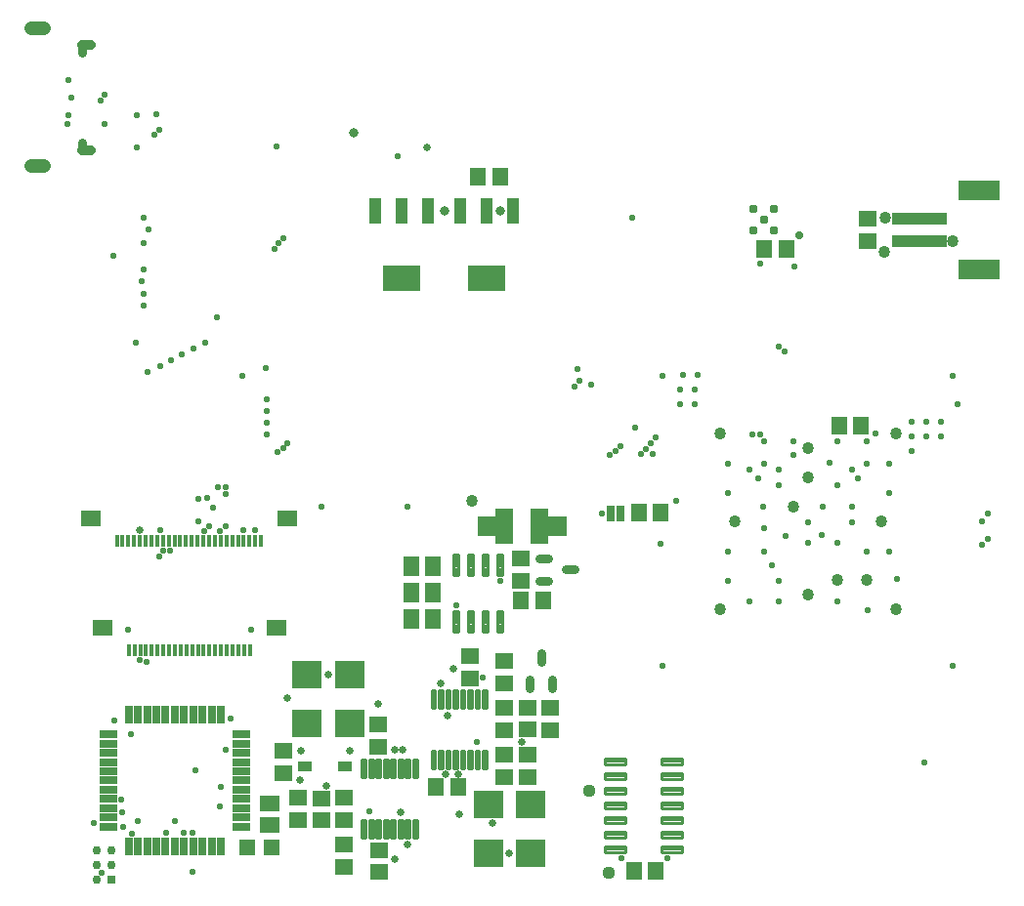
<source format=gbr>
G04 EAGLE Gerber RS-274X export*
G75*
%MOMM*%
%FSLAX34Y34*%
%LPD*%
%INSoldermask Top*%
%IPPOS*%
%AMOC8*
5,1,8,0,0,1.08239X$1,22.5*%
G01*
%ADD10C,1.227000*%
%ADD11C,0.881000*%
%ADD12C,0.731000*%
%ADD13R,1.427000X1.627000*%
%ADD14R,0.427000X1.127000*%
%ADD15R,1.777000X1.427000*%
%ADD16R,0.635000X1.600200*%
%ADD17R,1.600200X0.635000*%
%ADD18R,1.327000X1.327000*%
%ADD19R,1.727000X1.427000*%
%ADD20C,0.276259*%
%ADD21R,1.427000X1.727000*%
%ADD22C,1.127000*%
%ADD23C,0.762000*%
%ADD24R,0.762000X0.762000*%
%ADD25R,1.582619X1.726731*%
%ADD26R,1.673481X1.725612*%
%ADD27R,1.627000X3.127000*%
%ADD28C,0.777000*%
%ADD29R,1.627000X1.427000*%
%ADD30C,0.781000*%
%ADD31R,4.727000X1.127000*%
%ADD32R,3.527000X1.727000*%
%ADD33R,1.077000X2.277000*%
%ADD34R,3.277000X2.277000*%
%ADD35R,0.762000X1.397000*%
%ADD36C,0.230909*%
%ADD37R,2.540000X2.387600*%
%ADD38R,1.277000X0.927000*%
%ADD39C,0.579400*%
%ADD40C,1.027000*%
%ADD41C,0.652000*%
%ADD42C,0.660400*%
%ADD43C,0.802000*%
%ADD44C,0.727000*%


D10*
X22000Y632800D02*
X33000Y632800D01*
X33000Y752200D02*
X22000Y752200D01*
D11*
X65930Y647000D02*
X73470Y647000D01*
D12*
X65450Y647570D02*
X65450Y653610D01*
D11*
X65930Y738000D02*
X73470Y738000D01*
D12*
X65450Y737430D02*
X65450Y731390D01*
D13*
X722020Y407670D03*
X741020Y407670D03*
X548284Y332994D03*
X567284Y332994D03*
D14*
X211250Y213360D03*
D15*
X234000Y232360D03*
X83500Y232360D03*
D14*
X206250Y213360D03*
X201250Y213360D03*
X196250Y213360D03*
X191250Y213360D03*
X186250Y213360D03*
X181250Y213360D03*
X176250Y213360D03*
X171250Y213360D03*
X166250Y213360D03*
X161250Y213360D03*
X156250Y213360D03*
X151250Y213360D03*
X146250Y213360D03*
X141250Y213360D03*
X136250Y213360D03*
X131250Y213360D03*
X126250Y213360D03*
X121250Y213360D03*
X116250Y213360D03*
X111250Y213360D03*
X106250Y213360D03*
X220940Y308250D03*
X215940Y308250D03*
X210940Y308250D03*
X205940Y308250D03*
X200940Y308250D03*
X195940Y308250D03*
X190940Y308250D03*
X185940Y308250D03*
X180940Y308250D03*
X175940Y308250D03*
X170940Y308250D03*
X165940Y308250D03*
X160940Y308250D03*
X155940Y308250D03*
X150940Y308250D03*
X145940Y308250D03*
X140940Y308250D03*
X135940Y308250D03*
X130940Y308250D03*
X125940Y308250D03*
X120940Y308250D03*
X115940Y308250D03*
X110940Y308250D03*
X105940Y308250D03*
X100940Y308250D03*
X95940Y308250D03*
D15*
X243440Y327250D03*
X73440Y327250D03*
D16*
X106172Y42926D03*
X114046Y42926D03*
X122174Y42926D03*
X130048Y42926D03*
X138176Y42926D03*
X146050Y42926D03*
X153924Y42926D03*
X162052Y42926D03*
X169926Y42926D03*
X178054Y42926D03*
X185928Y42926D03*
D17*
X203454Y60452D03*
X203454Y68326D03*
X203454Y76454D03*
X203454Y84328D03*
X203454Y92456D03*
X203454Y100330D03*
X203454Y108204D03*
X203454Y116332D03*
X203454Y124206D03*
X203454Y132334D03*
X203454Y140208D03*
D16*
X185928Y157734D03*
X178054Y157734D03*
X169926Y157734D03*
X162052Y157734D03*
X153924Y157734D03*
X146050Y157734D03*
X138176Y157734D03*
X130048Y157734D03*
X122174Y157734D03*
X114046Y157734D03*
X106172Y157734D03*
D17*
X88646Y140208D03*
X88646Y132334D03*
X88646Y124206D03*
X88646Y116332D03*
X88646Y108204D03*
X88646Y100330D03*
X88646Y92456D03*
X88646Y84328D03*
X88646Y76454D03*
X88646Y68326D03*
X88646Y60452D03*
D18*
X230210Y41910D03*
X209210Y41910D03*
D19*
X228600Y61620D03*
X228600Y80620D03*
D20*
X392144Y229586D02*
X392144Y247094D01*
X392144Y229586D02*
X387636Y229586D01*
X387636Y247094D01*
X392144Y247094D01*
X392144Y232211D02*
X387636Y232211D01*
X387636Y234836D02*
X392144Y234836D01*
X392144Y237461D02*
X387636Y237461D01*
X387636Y240086D02*
X392144Y240086D01*
X392144Y242711D02*
X387636Y242711D01*
X387636Y245336D02*
X392144Y245336D01*
X404844Y247094D02*
X404844Y229586D01*
X400336Y229586D01*
X400336Y247094D01*
X404844Y247094D01*
X404844Y232211D02*
X400336Y232211D01*
X400336Y234836D02*
X404844Y234836D01*
X404844Y237461D02*
X400336Y237461D01*
X400336Y240086D02*
X404844Y240086D01*
X404844Y242711D02*
X400336Y242711D01*
X400336Y245336D02*
X404844Y245336D01*
X417544Y247094D02*
X417544Y229586D01*
X413036Y229586D01*
X413036Y247094D01*
X417544Y247094D01*
X417544Y232211D02*
X413036Y232211D01*
X413036Y234836D02*
X417544Y234836D01*
X417544Y237461D02*
X413036Y237461D01*
X413036Y240086D02*
X417544Y240086D01*
X417544Y242711D02*
X413036Y242711D01*
X413036Y245336D02*
X417544Y245336D01*
X430244Y247094D02*
X430244Y229586D01*
X425736Y229586D01*
X425736Y247094D01*
X430244Y247094D01*
X430244Y232211D02*
X425736Y232211D01*
X425736Y234836D02*
X430244Y234836D01*
X430244Y237461D02*
X425736Y237461D01*
X425736Y240086D02*
X430244Y240086D01*
X430244Y242711D02*
X425736Y242711D01*
X425736Y245336D02*
X430244Y245336D01*
X430244Y278686D02*
X430244Y296194D01*
X430244Y278686D02*
X425736Y278686D01*
X425736Y296194D01*
X430244Y296194D01*
X430244Y281311D02*
X425736Y281311D01*
X425736Y283936D02*
X430244Y283936D01*
X430244Y286561D02*
X425736Y286561D01*
X425736Y289186D02*
X430244Y289186D01*
X430244Y291811D02*
X425736Y291811D01*
X425736Y294436D02*
X430244Y294436D01*
X417544Y296194D02*
X417544Y278686D01*
X413036Y278686D01*
X413036Y296194D01*
X417544Y296194D01*
X417544Y281311D02*
X413036Y281311D01*
X413036Y283936D02*
X417544Y283936D01*
X417544Y286561D02*
X413036Y286561D01*
X413036Y289186D02*
X417544Y289186D01*
X417544Y291811D02*
X413036Y291811D01*
X413036Y294436D02*
X417544Y294436D01*
X404844Y296194D02*
X404844Y278686D01*
X400336Y278686D01*
X400336Y296194D01*
X404844Y296194D01*
X404844Y281311D02*
X400336Y281311D01*
X400336Y283936D02*
X404844Y283936D01*
X404844Y286561D02*
X400336Y286561D01*
X400336Y289186D02*
X404844Y289186D01*
X404844Y291811D02*
X400336Y291811D01*
X400336Y294436D02*
X404844Y294436D01*
X392144Y296194D02*
X392144Y278686D01*
X387636Y278686D01*
X387636Y296194D01*
X392144Y296194D01*
X392144Y281311D02*
X387636Y281311D01*
X387636Y283936D02*
X392144Y283936D01*
X392144Y286561D02*
X387636Y286561D01*
X387636Y289186D02*
X392144Y289186D01*
X392144Y291811D02*
X387636Y291811D01*
X387636Y294436D02*
X392144Y294436D01*
D21*
X351180Y285750D03*
X370180Y285750D03*
D20*
X568246Y42894D02*
X585754Y42894D01*
X585754Y38386D01*
X568246Y38386D01*
X568246Y42894D01*
X568246Y41011D02*
X585754Y41011D01*
X585754Y55594D02*
X568246Y55594D01*
X585754Y55594D02*
X585754Y51086D01*
X568246Y51086D01*
X568246Y55594D01*
X568246Y53711D02*
X585754Y53711D01*
X585754Y68294D02*
X568246Y68294D01*
X585754Y68294D02*
X585754Y63786D01*
X568246Y63786D01*
X568246Y68294D01*
X568246Y66411D02*
X585754Y66411D01*
X585754Y80994D02*
X568246Y80994D01*
X585754Y80994D02*
X585754Y76486D01*
X568246Y76486D01*
X568246Y80994D01*
X568246Y79111D02*
X585754Y79111D01*
X585754Y93694D02*
X568246Y93694D01*
X585754Y93694D02*
X585754Y89186D01*
X568246Y89186D01*
X568246Y93694D01*
X568246Y91811D02*
X585754Y91811D01*
X585754Y106394D02*
X568246Y106394D01*
X585754Y106394D02*
X585754Y101886D01*
X568246Y101886D01*
X568246Y106394D01*
X568246Y104511D02*
X585754Y104511D01*
X585754Y119094D02*
X568246Y119094D01*
X585754Y119094D02*
X585754Y114586D01*
X568246Y114586D01*
X568246Y119094D01*
X568246Y117211D02*
X585754Y117211D01*
X536654Y119094D02*
X519146Y119094D01*
X536654Y119094D02*
X536654Y114586D01*
X519146Y114586D01*
X519146Y119094D01*
X519146Y117211D02*
X536654Y117211D01*
X536654Y106394D02*
X519146Y106394D01*
X536654Y106394D02*
X536654Y101886D01*
X519146Y101886D01*
X519146Y106394D01*
X519146Y104511D02*
X536654Y104511D01*
X536654Y93694D02*
X519146Y93694D01*
X536654Y93694D02*
X536654Y89186D01*
X519146Y89186D01*
X519146Y93694D01*
X519146Y91811D02*
X536654Y91811D01*
X536654Y80994D02*
X519146Y80994D01*
X536654Y80994D02*
X536654Y76486D01*
X519146Y76486D01*
X519146Y80994D01*
X519146Y79111D02*
X536654Y79111D01*
X536654Y68294D02*
X519146Y68294D01*
X536654Y68294D02*
X536654Y63786D01*
X519146Y63786D01*
X519146Y68294D01*
X519146Y66411D02*
X536654Y66411D01*
X536654Y55594D02*
X519146Y55594D01*
X536654Y55594D02*
X536654Y51086D01*
X519146Y51086D01*
X519146Y55594D01*
X519146Y53711D02*
X536654Y53711D01*
X536654Y42894D02*
X519146Y42894D01*
X536654Y42894D02*
X536654Y38386D01*
X519146Y38386D01*
X519146Y42894D01*
X519146Y41011D02*
X536654Y41011D01*
D22*
X505460Y91440D03*
X521970Y20320D03*
D13*
X563220Y21590D03*
X544220Y21590D03*
D23*
X78740Y13970D03*
X78740Y26670D03*
X78740Y39370D03*
X91440Y39370D03*
X91440Y26670D03*
D24*
X91440Y13970D03*
D25*
X416377Y320541D03*
D26*
X477173Y320547D03*
D27*
X432040Y320675D03*
X462040Y320675D03*
D28*
X462270Y292710D02*
X469770Y292710D01*
X469770Y273710D02*
X462270Y273710D01*
X485270Y283210D02*
X492770Y283210D01*
D13*
X465430Y256540D03*
X446430Y256540D03*
D29*
X445770Y292710D03*
X445770Y273710D03*
D21*
X370180Y240030D03*
X351180Y240030D03*
X370180Y262890D03*
X351180Y262890D03*
D30*
X656590Y586740D03*
X647590Y595740D03*
X647590Y577740D03*
X665590Y577740D03*
X665590Y595740D03*
D29*
X746760Y568350D03*
X746760Y587350D03*
D13*
X676250Y561340D03*
X657250Y561340D03*
D31*
X791040Y587850D03*
X791040Y567850D03*
D32*
X843040Y611850D03*
X843040Y543850D03*
D33*
X365900Y594150D03*
X342900Y594150D03*
X319900Y594150D03*
D34*
X342900Y536150D03*
D33*
X439560Y594150D03*
X416560Y594150D03*
X393560Y594150D03*
D34*
X416560Y536150D03*
D13*
X427940Y623720D03*
X408940Y623720D03*
D35*
X524256Y332105D03*
X532384Y332105D03*
D36*
X371736Y126111D02*
X371736Y110749D01*
X368674Y110749D01*
X368674Y126111D01*
X371736Y126111D01*
X371736Y112943D02*
X368674Y112943D01*
X368674Y115137D02*
X371736Y115137D01*
X371736Y117331D02*
X368674Y117331D01*
X368674Y119525D02*
X371736Y119525D01*
X371736Y121719D02*
X368674Y121719D01*
X368674Y123913D02*
X371736Y123913D01*
X371736Y126107D02*
X368674Y126107D01*
X378086Y126111D02*
X378086Y110749D01*
X375024Y110749D01*
X375024Y126111D01*
X378086Y126111D01*
X378086Y112943D02*
X375024Y112943D01*
X375024Y115137D02*
X378086Y115137D01*
X378086Y117331D02*
X375024Y117331D01*
X375024Y119525D02*
X378086Y119525D01*
X378086Y121719D02*
X375024Y121719D01*
X375024Y123913D02*
X378086Y123913D01*
X378086Y126107D02*
X375024Y126107D01*
X384436Y126111D02*
X384436Y110749D01*
X381374Y110749D01*
X381374Y126111D01*
X384436Y126111D01*
X384436Y112943D02*
X381374Y112943D01*
X381374Y115137D02*
X384436Y115137D01*
X384436Y117331D02*
X381374Y117331D01*
X381374Y119525D02*
X384436Y119525D01*
X384436Y121719D02*
X381374Y121719D01*
X381374Y123913D02*
X384436Y123913D01*
X384436Y126107D02*
X381374Y126107D01*
X390786Y126111D02*
X390786Y110749D01*
X387724Y110749D01*
X387724Y126111D01*
X390786Y126111D01*
X390786Y112943D02*
X387724Y112943D01*
X387724Y115137D02*
X390786Y115137D01*
X390786Y117331D02*
X387724Y117331D01*
X387724Y119525D02*
X390786Y119525D01*
X390786Y121719D02*
X387724Y121719D01*
X387724Y123913D02*
X390786Y123913D01*
X390786Y126107D02*
X387724Y126107D01*
X397136Y126111D02*
X397136Y110749D01*
X394074Y110749D01*
X394074Y126111D01*
X397136Y126111D01*
X397136Y112943D02*
X394074Y112943D01*
X394074Y115137D02*
X397136Y115137D01*
X397136Y117331D02*
X394074Y117331D01*
X394074Y119525D02*
X397136Y119525D01*
X397136Y121719D02*
X394074Y121719D01*
X394074Y123913D02*
X397136Y123913D01*
X397136Y126107D02*
X394074Y126107D01*
X403486Y126111D02*
X403486Y110749D01*
X400424Y110749D01*
X400424Y126111D01*
X403486Y126111D01*
X403486Y112943D02*
X400424Y112943D01*
X400424Y115137D02*
X403486Y115137D01*
X403486Y117331D02*
X400424Y117331D01*
X400424Y119525D02*
X403486Y119525D01*
X403486Y121719D02*
X400424Y121719D01*
X400424Y123913D02*
X403486Y123913D01*
X403486Y126107D02*
X400424Y126107D01*
X409836Y126111D02*
X409836Y110749D01*
X406774Y110749D01*
X406774Y126111D01*
X409836Y126111D01*
X409836Y112943D02*
X406774Y112943D01*
X406774Y115137D02*
X409836Y115137D01*
X409836Y117331D02*
X406774Y117331D01*
X406774Y119525D02*
X409836Y119525D01*
X409836Y121719D02*
X406774Y121719D01*
X406774Y123913D02*
X409836Y123913D01*
X409836Y126107D02*
X406774Y126107D01*
X416186Y126111D02*
X416186Y110749D01*
X413124Y110749D01*
X413124Y126111D01*
X416186Y126111D01*
X416186Y112943D02*
X413124Y112943D01*
X413124Y115137D02*
X416186Y115137D01*
X416186Y117331D02*
X413124Y117331D01*
X413124Y119525D02*
X416186Y119525D01*
X416186Y121719D02*
X413124Y121719D01*
X413124Y123913D02*
X416186Y123913D01*
X416186Y126107D02*
X413124Y126107D01*
X416186Y163449D02*
X416186Y178811D01*
X416186Y163449D02*
X413124Y163449D01*
X413124Y178811D01*
X416186Y178811D01*
X416186Y165643D02*
X413124Y165643D01*
X413124Y167837D02*
X416186Y167837D01*
X416186Y170031D02*
X413124Y170031D01*
X413124Y172225D02*
X416186Y172225D01*
X416186Y174419D02*
X413124Y174419D01*
X413124Y176613D02*
X416186Y176613D01*
X416186Y178807D02*
X413124Y178807D01*
X409836Y178811D02*
X409836Y163449D01*
X406774Y163449D01*
X406774Y178811D01*
X409836Y178811D01*
X409836Y165643D02*
X406774Y165643D01*
X406774Y167837D02*
X409836Y167837D01*
X409836Y170031D02*
X406774Y170031D01*
X406774Y172225D02*
X409836Y172225D01*
X409836Y174419D02*
X406774Y174419D01*
X406774Y176613D02*
X409836Y176613D01*
X409836Y178807D02*
X406774Y178807D01*
X403486Y178811D02*
X403486Y163449D01*
X400424Y163449D01*
X400424Y178811D01*
X403486Y178811D01*
X403486Y165643D02*
X400424Y165643D01*
X400424Y167837D02*
X403486Y167837D01*
X403486Y170031D02*
X400424Y170031D01*
X400424Y172225D02*
X403486Y172225D01*
X403486Y174419D02*
X400424Y174419D01*
X400424Y176613D02*
X403486Y176613D01*
X403486Y178807D02*
X400424Y178807D01*
X397136Y178811D02*
X397136Y163449D01*
X394074Y163449D01*
X394074Y178811D01*
X397136Y178811D01*
X397136Y165643D02*
X394074Y165643D01*
X394074Y167837D02*
X397136Y167837D01*
X397136Y170031D02*
X394074Y170031D01*
X394074Y172225D02*
X397136Y172225D01*
X397136Y174419D02*
X394074Y174419D01*
X394074Y176613D02*
X397136Y176613D01*
X397136Y178807D02*
X394074Y178807D01*
X390786Y178811D02*
X390786Y163449D01*
X387724Y163449D01*
X387724Y178811D01*
X390786Y178811D01*
X390786Y165643D02*
X387724Y165643D01*
X387724Y167837D02*
X390786Y167837D01*
X390786Y170031D02*
X387724Y170031D01*
X387724Y172225D02*
X390786Y172225D01*
X390786Y174419D02*
X387724Y174419D01*
X387724Y176613D02*
X390786Y176613D01*
X390786Y178807D02*
X387724Y178807D01*
X384436Y178811D02*
X384436Y163449D01*
X381374Y163449D01*
X381374Y178811D01*
X384436Y178811D01*
X384436Y165643D02*
X381374Y165643D01*
X381374Y167837D02*
X384436Y167837D01*
X384436Y170031D02*
X381374Y170031D01*
X381374Y172225D02*
X384436Y172225D01*
X384436Y174419D02*
X381374Y174419D01*
X381374Y176613D02*
X384436Y176613D01*
X384436Y178807D02*
X381374Y178807D01*
X378086Y178811D02*
X378086Y163449D01*
X375024Y163449D01*
X375024Y178811D01*
X378086Y178811D01*
X378086Y165643D02*
X375024Y165643D01*
X375024Y167837D02*
X378086Y167837D01*
X378086Y170031D02*
X375024Y170031D01*
X375024Y172225D02*
X378086Y172225D01*
X378086Y174419D02*
X375024Y174419D01*
X375024Y176613D02*
X378086Y176613D01*
X378086Y178807D02*
X375024Y178807D01*
X371736Y178811D02*
X371736Y163449D01*
X368674Y163449D01*
X368674Y178811D01*
X371736Y178811D01*
X371736Y165643D02*
X368674Y165643D01*
X368674Y167837D02*
X371736Y167837D01*
X371736Y170031D02*
X368674Y170031D01*
X368674Y172225D02*
X371736Y172225D01*
X371736Y174419D02*
X368674Y174419D01*
X368674Y176613D02*
X371736Y176613D01*
X371736Y178807D02*
X368674Y178807D01*
D28*
X454050Y180330D02*
X454050Y187830D01*
X473050Y187830D02*
X473050Y180330D01*
X463550Y203330D02*
X463550Y210830D01*
D29*
X431800Y144170D03*
X431800Y163170D03*
X431800Y184810D03*
X431800Y203810D03*
X471170Y144170D03*
X471170Y163170D03*
X452120Y122530D03*
X452120Y103530D03*
X431800Y122530D03*
X431800Y103530D03*
X401701Y189128D03*
X401701Y208128D03*
D13*
X391770Y94615D03*
X372770Y94615D03*
D29*
X451612Y163424D03*
X451612Y144424D03*
D37*
X417830Y79756D03*
X417830Y37084D03*
X454660Y79756D03*
X454660Y37084D03*
D36*
X352799Y103124D02*
X352799Y118486D01*
X355861Y118486D01*
X355861Y103124D01*
X352799Y103124D01*
X352799Y105318D02*
X355861Y105318D01*
X355861Y107512D02*
X352799Y107512D01*
X352799Y109706D02*
X355861Y109706D01*
X355861Y111900D02*
X352799Y111900D01*
X352799Y114094D02*
X355861Y114094D01*
X355861Y116288D02*
X352799Y116288D01*
X352799Y118482D02*
X355861Y118482D01*
X346449Y118486D02*
X346449Y103124D01*
X346449Y118486D02*
X349511Y118486D01*
X349511Y103124D01*
X346449Y103124D01*
X346449Y105318D02*
X349511Y105318D01*
X349511Y107512D02*
X346449Y107512D01*
X346449Y109706D02*
X349511Y109706D01*
X349511Y111900D02*
X346449Y111900D01*
X346449Y114094D02*
X349511Y114094D01*
X349511Y116288D02*
X346449Y116288D01*
X346449Y118482D02*
X349511Y118482D01*
X340099Y118486D02*
X340099Y103124D01*
X340099Y118486D02*
X343161Y118486D01*
X343161Y103124D01*
X340099Y103124D01*
X340099Y105318D02*
X343161Y105318D01*
X343161Y107512D02*
X340099Y107512D01*
X340099Y109706D02*
X343161Y109706D01*
X343161Y111900D02*
X340099Y111900D01*
X340099Y114094D02*
X343161Y114094D01*
X343161Y116288D02*
X340099Y116288D01*
X340099Y118482D02*
X343161Y118482D01*
X333749Y118486D02*
X333749Y103124D01*
X333749Y118486D02*
X336811Y118486D01*
X336811Y103124D01*
X333749Y103124D01*
X333749Y105318D02*
X336811Y105318D01*
X336811Y107512D02*
X333749Y107512D01*
X333749Y109706D02*
X336811Y109706D01*
X336811Y111900D02*
X333749Y111900D01*
X333749Y114094D02*
X336811Y114094D01*
X336811Y116288D02*
X333749Y116288D01*
X333749Y118482D02*
X336811Y118482D01*
X327399Y118486D02*
X327399Y103124D01*
X327399Y118486D02*
X330461Y118486D01*
X330461Y103124D01*
X327399Y103124D01*
X327399Y105318D02*
X330461Y105318D01*
X330461Y107512D02*
X327399Y107512D01*
X327399Y109706D02*
X330461Y109706D01*
X330461Y111900D02*
X327399Y111900D01*
X327399Y114094D02*
X330461Y114094D01*
X330461Y116288D02*
X327399Y116288D01*
X327399Y118482D02*
X330461Y118482D01*
X321049Y118486D02*
X321049Y103124D01*
X321049Y118486D02*
X324111Y118486D01*
X324111Y103124D01*
X321049Y103124D01*
X321049Y105318D02*
X324111Y105318D01*
X324111Y107512D02*
X321049Y107512D01*
X321049Y109706D02*
X324111Y109706D01*
X324111Y111900D02*
X321049Y111900D01*
X321049Y114094D02*
X324111Y114094D01*
X324111Y116288D02*
X321049Y116288D01*
X321049Y118482D02*
X324111Y118482D01*
X314699Y118486D02*
X314699Y103124D01*
X314699Y118486D02*
X317761Y118486D01*
X317761Y103124D01*
X314699Y103124D01*
X314699Y105318D02*
X317761Y105318D01*
X317761Y107512D02*
X314699Y107512D01*
X314699Y109706D02*
X317761Y109706D01*
X317761Y111900D02*
X314699Y111900D01*
X314699Y114094D02*
X317761Y114094D01*
X317761Y116288D02*
X314699Y116288D01*
X314699Y118482D02*
X317761Y118482D01*
X308349Y118486D02*
X308349Y103124D01*
X308349Y118486D02*
X311411Y118486D01*
X311411Y103124D01*
X308349Y103124D01*
X308349Y105318D02*
X311411Y105318D01*
X311411Y107512D02*
X308349Y107512D01*
X308349Y109706D02*
X311411Y109706D01*
X311411Y111900D02*
X308349Y111900D01*
X308349Y114094D02*
X311411Y114094D01*
X311411Y116288D02*
X308349Y116288D01*
X308349Y118482D02*
X311411Y118482D01*
X308349Y65786D02*
X308349Y50424D01*
X308349Y65786D02*
X311411Y65786D01*
X311411Y50424D01*
X308349Y50424D01*
X308349Y52618D02*
X311411Y52618D01*
X311411Y54812D02*
X308349Y54812D01*
X308349Y57006D02*
X311411Y57006D01*
X311411Y59200D02*
X308349Y59200D01*
X308349Y61394D02*
X311411Y61394D01*
X311411Y63588D02*
X308349Y63588D01*
X308349Y65782D02*
X311411Y65782D01*
X314699Y65786D02*
X314699Y50424D01*
X314699Y65786D02*
X317761Y65786D01*
X317761Y50424D01*
X314699Y50424D01*
X314699Y52618D02*
X317761Y52618D01*
X317761Y54812D02*
X314699Y54812D01*
X314699Y57006D02*
X317761Y57006D01*
X317761Y59200D02*
X314699Y59200D01*
X314699Y61394D02*
X317761Y61394D01*
X317761Y63588D02*
X314699Y63588D01*
X314699Y65782D02*
X317761Y65782D01*
X321049Y65786D02*
X321049Y50424D01*
X321049Y65786D02*
X324111Y65786D01*
X324111Y50424D01*
X321049Y50424D01*
X321049Y52618D02*
X324111Y52618D01*
X324111Y54812D02*
X321049Y54812D01*
X321049Y57006D02*
X324111Y57006D01*
X324111Y59200D02*
X321049Y59200D01*
X321049Y61394D02*
X324111Y61394D01*
X324111Y63588D02*
X321049Y63588D01*
X321049Y65782D02*
X324111Y65782D01*
X327399Y65786D02*
X327399Y50424D01*
X327399Y65786D02*
X330461Y65786D01*
X330461Y50424D01*
X327399Y50424D01*
X327399Y52618D02*
X330461Y52618D01*
X330461Y54812D02*
X327399Y54812D01*
X327399Y57006D02*
X330461Y57006D01*
X330461Y59200D02*
X327399Y59200D01*
X327399Y61394D02*
X330461Y61394D01*
X330461Y63588D02*
X327399Y63588D01*
X327399Y65782D02*
X330461Y65782D01*
X333749Y65786D02*
X333749Y50424D01*
X333749Y65786D02*
X336811Y65786D01*
X336811Y50424D01*
X333749Y50424D01*
X333749Y52618D02*
X336811Y52618D01*
X336811Y54812D02*
X333749Y54812D01*
X333749Y57006D02*
X336811Y57006D01*
X336811Y59200D02*
X333749Y59200D01*
X333749Y61394D02*
X336811Y61394D01*
X336811Y63588D02*
X333749Y63588D01*
X333749Y65782D02*
X336811Y65782D01*
X340099Y65786D02*
X340099Y50424D01*
X340099Y65786D02*
X343161Y65786D01*
X343161Y50424D01*
X340099Y50424D01*
X340099Y52618D02*
X343161Y52618D01*
X343161Y54812D02*
X340099Y54812D01*
X340099Y57006D02*
X343161Y57006D01*
X343161Y59200D02*
X340099Y59200D01*
X340099Y61394D02*
X343161Y61394D01*
X343161Y63588D02*
X340099Y63588D01*
X340099Y65782D02*
X343161Y65782D01*
X346449Y65786D02*
X346449Y50424D01*
X346449Y65786D02*
X349511Y65786D01*
X349511Y50424D01*
X346449Y50424D01*
X346449Y52618D02*
X349511Y52618D01*
X349511Y54812D02*
X346449Y54812D01*
X346449Y57006D02*
X349511Y57006D01*
X349511Y59200D02*
X346449Y59200D01*
X346449Y61394D02*
X349511Y61394D01*
X349511Y63588D02*
X346449Y63588D01*
X346449Y65782D02*
X349511Y65782D01*
X352799Y65786D02*
X352799Y50424D01*
X352799Y65786D02*
X355861Y65786D01*
X355861Y50424D01*
X352799Y50424D01*
X352799Y52618D02*
X355861Y52618D01*
X355861Y54812D02*
X352799Y54812D01*
X352799Y57006D02*
X355861Y57006D01*
X355861Y59200D02*
X352799Y59200D01*
X352799Y61394D02*
X355861Y61394D01*
X355861Y63588D02*
X352799Y63588D01*
X352799Y65782D02*
X355861Y65782D01*
D29*
X292735Y85065D03*
X292735Y66065D03*
X292735Y44425D03*
X292735Y25425D03*
X253365Y85065D03*
X253365Y66065D03*
X322834Y40107D03*
X322834Y21107D03*
X322580Y129565D03*
X322580Y148565D03*
X272923Y65811D03*
X272923Y84811D03*
D37*
X297815Y149479D03*
X297815Y192151D03*
X260985Y192151D03*
X260985Y149479D03*
D38*
X293225Y112395D03*
X259225Y112395D03*
D29*
X240665Y125705D03*
X240665Y106705D03*
D39*
X568960Y450850D03*
X820420Y450850D03*
X820420Y199390D03*
D40*
X618490Y248920D03*
X618490Y401320D03*
X770890Y401320D03*
X770890Y248920D03*
D39*
X568960Y199390D03*
X117475Y533400D03*
X567436Y305816D03*
X625348Y375412D03*
X625348Y350012D03*
D40*
X631444Y325120D03*
D39*
X625348Y299212D03*
X625348Y273812D03*
X656844Y394716D03*
X682244Y394716D03*
X745744Y394716D03*
X720344Y394716D03*
D40*
X694944Y388620D03*
D39*
X771652Y274828D03*
X765048Y299212D03*
X765048Y375412D03*
X765048Y350012D03*
D40*
X758444Y325120D03*
D39*
X720090Y306070D03*
X706628Y312928D03*
X694690Y306070D03*
X675640Y312420D03*
X656590Y318770D03*
X643890Y369570D03*
X656590Y374650D03*
X669290Y369570D03*
X681990Y382270D03*
X713740Y375920D03*
X732790Y369570D03*
X745490Y374650D03*
X746760Y248412D03*
X720090Y255270D03*
X669290Y255270D03*
X643890Y255270D03*
D40*
X694944Y261620D03*
D39*
X212090Y231140D03*
X105410Y231140D03*
X93980Y152400D03*
X186436Y94488D03*
X76200Y63500D03*
X138430Y54610D03*
X194310Y153670D03*
X225425Y457835D03*
X215900Y317500D03*
X205740Y317500D03*
X533400Y33020D03*
X427990Y273685D03*
X185420Y316992D03*
X824230Y426720D03*
D40*
X762000Y588010D03*
D39*
X273050Y337820D03*
X347980Y337820D03*
X516255Y332105D03*
D41*
X364490Y648970D03*
D39*
X113665Y648970D03*
D42*
X116205Y317500D03*
D39*
X113665Y676910D03*
D41*
X387350Y197485D03*
X393065Y71120D03*
X436245Y36830D03*
X337185Y31750D03*
X322580Y167005D03*
X279400Y192405D03*
D39*
X683260Y546100D03*
X56896Y692404D03*
X81534Y689737D03*
X528320Y386080D03*
X240030Y388620D03*
X236220Y566420D03*
X532765Y389890D03*
X243840Y393065D03*
X240030Y570865D03*
X85090Y694690D03*
X119380Y543560D03*
X596900Y439420D03*
X119380Y566420D03*
X584200Y439420D03*
X119380Y521970D03*
X599440Y452120D03*
X119380Y511810D03*
X596900Y426720D03*
X119380Y588010D03*
X584200Y426720D03*
X123190Y577850D03*
X586740Y452120D03*
D40*
X682244Y337820D03*
D39*
X707644Y337820D03*
X694944Y324612D03*
X656336Y337820D03*
X745744Y299212D03*
X669544Y273812D03*
X663448Y287020D03*
X656844Y299212D03*
X753110Y401320D03*
X733044Y337820D03*
X733044Y324612D03*
X53975Y707390D03*
X53975Y677545D03*
X523240Y382270D03*
X234950Y384810D03*
X232410Y561340D03*
X130175Y678180D03*
X53340Y669925D03*
X85090Y669925D03*
X669544Y356616D03*
X720344Y356616D03*
X738505Y362585D03*
X651510Y362585D03*
D40*
X694944Y363220D03*
D39*
X122428Y454660D03*
X544830Y406400D03*
X142748Y464820D03*
X554736Y388112D03*
X152400Y469900D03*
X558800Y393192D03*
X172720Y480060D03*
X560070Y383413D03*
X133858Y459740D03*
X549910Y383540D03*
X162560Y474980D03*
X562610Y398018D03*
X225552Y400812D03*
X492760Y441960D03*
X225552Y421132D03*
X507238Y443992D03*
X225552Y410972D03*
X497205Y447040D03*
X225552Y431292D03*
X495300Y457200D03*
X128778Y660146D03*
X674370Y472440D03*
X653415Y400685D03*
X845820Y325120D03*
X845820Y304800D03*
X132969Y664591D03*
X669290Y476885D03*
X647065Y400050D03*
X850900Y331470D03*
X850900Y309880D03*
X112776Y480060D03*
X580390Y342900D03*
X797560Y411480D03*
X183515Y354330D03*
X174625Y345440D03*
X784860Y411480D03*
X190373Y348488D03*
X190373Y321183D03*
X810260Y411480D03*
X167005Y325120D03*
X167005Y344170D03*
X784860Y398780D03*
X797560Y398780D03*
X190500Y354965D03*
X171450Y316865D03*
X810260Y398780D03*
X178943Y337058D03*
X175768Y320802D03*
X784860Y386080D03*
X108712Y54356D03*
X121920Y203200D03*
X100457Y72644D03*
X116205Y204470D03*
X99695Y83820D03*
X163830Y109220D03*
X190500Y127000D03*
X108585Y140335D03*
X101600Y60325D03*
X146050Y64770D03*
X185420Y77470D03*
X114300Y64770D03*
X82550Y20320D03*
D41*
X277495Y95885D03*
X243840Y171450D03*
D39*
X132481Y294406D03*
X135996Y299720D03*
X142240Y299720D03*
D40*
X820420Y567690D03*
X720344Y274320D03*
D39*
X133350Y317500D03*
X204470Y450850D03*
X572770Y33020D03*
X389890Y252095D03*
X182880Y501650D03*
X92710Y554990D03*
X412750Y189230D03*
X407670Y133350D03*
X314960Y73660D03*
X339090Y641350D03*
X653340Y548540D03*
X161925Y54610D03*
X161925Y20955D03*
X795655Y116205D03*
X542290Y588010D03*
D43*
X427990Y594360D03*
X379730Y594360D03*
D39*
X153670Y54610D03*
D44*
X687070Y572770D03*
D40*
X760730Y558800D03*
X745490Y274320D03*
X403860Y342900D03*
D43*
X300990Y661670D03*
D39*
X234454Y649744D03*
D41*
X421640Y63500D03*
X297815Y126365D03*
X376555Y184150D03*
X382905Y156845D03*
X447040Y133350D03*
X381000Y106045D03*
X391795Y106045D03*
X347980Y45085D03*
X341630Y72390D03*
X255905Y126365D03*
X343535Y127000D03*
X336550Y127000D03*
X254635Y100965D03*
M02*

</source>
